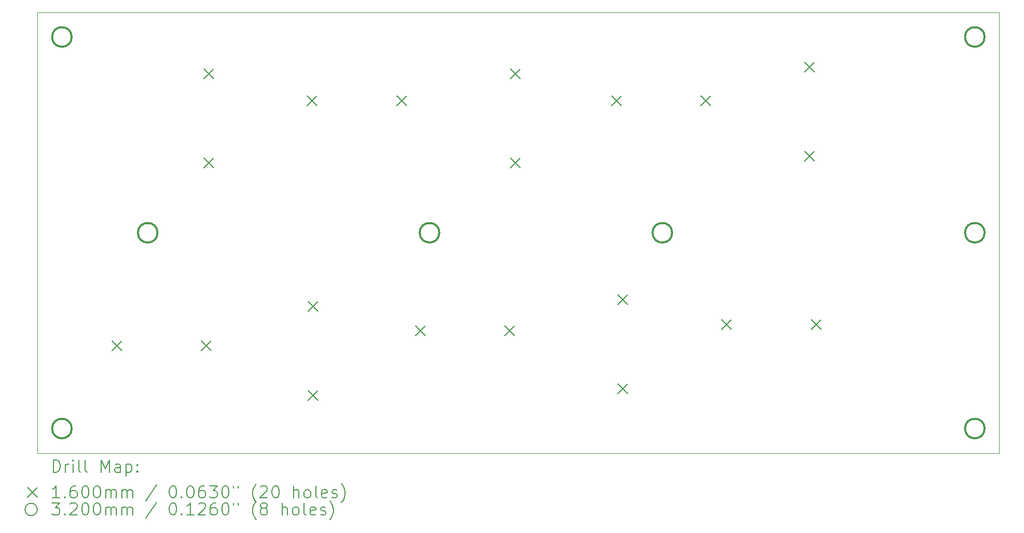
<source format=gbr>
%TF.GenerationSoftware,KiCad,Pcbnew,8.0.5-8.0.5-0~ubuntu24.04.1*%
%TF.CreationDate,2024-10-15T10:41:17+02:00*%
%TF.ProjectId,diplexer,6469706c-6578-4657-922e-6b696361645f,rev?*%
%TF.SameCoordinates,Original*%
%TF.FileFunction,Drillmap*%
%TF.FilePolarity,Positive*%
%FSLAX45Y45*%
G04 Gerber Fmt 4.5, Leading zero omitted, Abs format (unit mm)*
G04 Created by KiCad (PCBNEW 8.0.5-8.0.5-0~ubuntu24.04.1) date 2024-10-15 10:41:17*
%MOMM*%
%LPD*%
G01*
G04 APERTURE LIST*
%ADD10C,0.050000*%
%ADD11C,0.200000*%
%ADD12C,0.160000*%
%ADD13C,0.320000*%
G04 APERTURE END LIST*
D10*
X3200000Y-2900000D02*
X18900000Y-2900000D01*
X18900000Y-10100000D01*
X3200000Y-10100000D01*
X3200000Y-2900000D01*
D11*
D12*
X4418750Y-8270000D02*
X4578750Y-8430000D01*
X4578750Y-8270000D02*
X4418750Y-8430000D01*
X5878750Y-8270000D02*
X6038750Y-8430000D01*
X6038750Y-8270000D02*
X5878750Y-8430000D01*
X5920000Y-3820000D02*
X6080000Y-3980000D01*
X6080000Y-3820000D02*
X5920000Y-3980000D01*
X5920000Y-5280000D02*
X6080000Y-5440000D01*
X6080000Y-5280000D02*
X5920000Y-5440000D01*
X7604000Y-4264000D02*
X7764000Y-4424000D01*
X7764000Y-4264000D02*
X7604000Y-4424000D01*
X7620000Y-7620000D02*
X7780000Y-7780000D01*
X7780000Y-7620000D02*
X7620000Y-7780000D01*
X7620000Y-9080000D02*
X7780000Y-9240000D01*
X7780000Y-9080000D02*
X7620000Y-9240000D01*
X9064000Y-4264000D02*
X9224000Y-4424000D01*
X9224000Y-4264000D02*
X9064000Y-4424000D01*
X9368750Y-8020000D02*
X9528750Y-8180000D01*
X9528750Y-8020000D02*
X9368750Y-8180000D01*
X10828750Y-8020000D02*
X10988750Y-8180000D01*
X10988750Y-8020000D02*
X10828750Y-8180000D01*
X10920000Y-3820000D02*
X11080000Y-3980000D01*
X11080000Y-3820000D02*
X10920000Y-3980000D01*
X10920000Y-5280000D02*
X11080000Y-5440000D01*
X11080000Y-5280000D02*
X10920000Y-5440000D01*
X12568750Y-4264000D02*
X12728750Y-4424000D01*
X12728750Y-4264000D02*
X12568750Y-4424000D01*
X12670000Y-7511250D02*
X12830000Y-7671250D01*
X12830000Y-7511250D02*
X12670000Y-7671250D01*
X12670000Y-8971250D02*
X12830000Y-9131250D01*
X12830000Y-8971250D02*
X12670000Y-9131250D01*
X14028750Y-4264000D02*
X14188750Y-4424000D01*
X14188750Y-4264000D02*
X14028750Y-4424000D01*
X14368750Y-7920000D02*
X14528750Y-8080000D01*
X14528750Y-7920000D02*
X14368750Y-8080000D01*
X15720000Y-3711250D02*
X15880000Y-3871250D01*
X15880000Y-3711250D02*
X15720000Y-3871250D01*
X15720000Y-5171250D02*
X15880000Y-5331250D01*
X15880000Y-5171250D02*
X15720000Y-5331250D01*
X15828750Y-7920000D02*
X15988750Y-8080000D01*
X15988750Y-7920000D02*
X15828750Y-8080000D01*
D13*
X3760000Y-3300000D02*
G75*
G02*
X3440000Y-3300000I-160000J0D01*
G01*
X3440000Y-3300000D02*
G75*
G02*
X3760000Y-3300000I160000J0D01*
G01*
X3760000Y-9700000D02*
G75*
G02*
X3440000Y-9700000I-160000J0D01*
G01*
X3440000Y-9700000D02*
G75*
G02*
X3760000Y-9700000I160000J0D01*
G01*
X5160000Y-6500000D02*
G75*
G02*
X4840000Y-6500000I-160000J0D01*
G01*
X4840000Y-6500000D02*
G75*
G02*
X5160000Y-6500000I160000J0D01*
G01*
X9760000Y-6500000D02*
G75*
G02*
X9440000Y-6500000I-160000J0D01*
G01*
X9440000Y-6500000D02*
G75*
G02*
X9760000Y-6500000I160000J0D01*
G01*
X13560000Y-6500000D02*
G75*
G02*
X13240000Y-6500000I-160000J0D01*
G01*
X13240000Y-6500000D02*
G75*
G02*
X13560000Y-6500000I160000J0D01*
G01*
X18660000Y-3300000D02*
G75*
G02*
X18340000Y-3300000I-160000J0D01*
G01*
X18340000Y-3300000D02*
G75*
G02*
X18660000Y-3300000I160000J0D01*
G01*
X18660000Y-6500000D02*
G75*
G02*
X18340000Y-6500000I-160000J0D01*
G01*
X18340000Y-6500000D02*
G75*
G02*
X18660000Y-6500000I160000J0D01*
G01*
X18660000Y-9700000D02*
G75*
G02*
X18340000Y-9700000I-160000J0D01*
G01*
X18340000Y-9700000D02*
G75*
G02*
X18660000Y-9700000I160000J0D01*
G01*
D11*
X3458277Y-10413984D02*
X3458277Y-10213984D01*
X3458277Y-10213984D02*
X3505896Y-10213984D01*
X3505896Y-10213984D02*
X3534467Y-10223508D01*
X3534467Y-10223508D02*
X3553515Y-10242555D01*
X3553515Y-10242555D02*
X3563039Y-10261603D01*
X3563039Y-10261603D02*
X3572562Y-10299698D01*
X3572562Y-10299698D02*
X3572562Y-10328270D01*
X3572562Y-10328270D02*
X3563039Y-10366365D01*
X3563039Y-10366365D02*
X3553515Y-10385412D01*
X3553515Y-10385412D02*
X3534467Y-10404460D01*
X3534467Y-10404460D02*
X3505896Y-10413984D01*
X3505896Y-10413984D02*
X3458277Y-10413984D01*
X3658277Y-10413984D02*
X3658277Y-10280650D01*
X3658277Y-10318746D02*
X3667801Y-10299698D01*
X3667801Y-10299698D02*
X3677324Y-10290174D01*
X3677324Y-10290174D02*
X3696372Y-10280650D01*
X3696372Y-10280650D02*
X3715420Y-10280650D01*
X3782086Y-10413984D02*
X3782086Y-10280650D01*
X3782086Y-10213984D02*
X3772562Y-10223508D01*
X3772562Y-10223508D02*
X3782086Y-10233031D01*
X3782086Y-10233031D02*
X3791610Y-10223508D01*
X3791610Y-10223508D02*
X3782086Y-10213984D01*
X3782086Y-10213984D02*
X3782086Y-10233031D01*
X3905896Y-10413984D02*
X3886848Y-10404460D01*
X3886848Y-10404460D02*
X3877324Y-10385412D01*
X3877324Y-10385412D02*
X3877324Y-10213984D01*
X4010658Y-10413984D02*
X3991610Y-10404460D01*
X3991610Y-10404460D02*
X3982086Y-10385412D01*
X3982086Y-10385412D02*
X3982086Y-10213984D01*
X4239229Y-10413984D02*
X4239229Y-10213984D01*
X4239229Y-10213984D02*
X4305896Y-10356841D01*
X4305896Y-10356841D02*
X4372563Y-10213984D01*
X4372563Y-10213984D02*
X4372563Y-10413984D01*
X4553515Y-10413984D02*
X4553515Y-10309222D01*
X4553515Y-10309222D02*
X4543991Y-10290174D01*
X4543991Y-10290174D02*
X4524944Y-10280650D01*
X4524944Y-10280650D02*
X4486848Y-10280650D01*
X4486848Y-10280650D02*
X4467801Y-10290174D01*
X4553515Y-10404460D02*
X4534467Y-10413984D01*
X4534467Y-10413984D02*
X4486848Y-10413984D01*
X4486848Y-10413984D02*
X4467801Y-10404460D01*
X4467801Y-10404460D02*
X4458277Y-10385412D01*
X4458277Y-10385412D02*
X4458277Y-10366365D01*
X4458277Y-10366365D02*
X4467801Y-10347317D01*
X4467801Y-10347317D02*
X4486848Y-10337793D01*
X4486848Y-10337793D02*
X4534467Y-10337793D01*
X4534467Y-10337793D02*
X4553515Y-10328270D01*
X4648753Y-10280650D02*
X4648753Y-10480650D01*
X4648753Y-10290174D02*
X4667801Y-10280650D01*
X4667801Y-10280650D02*
X4705896Y-10280650D01*
X4705896Y-10280650D02*
X4724944Y-10290174D01*
X4724944Y-10290174D02*
X4734467Y-10299698D01*
X4734467Y-10299698D02*
X4743991Y-10318746D01*
X4743991Y-10318746D02*
X4743991Y-10375889D01*
X4743991Y-10375889D02*
X4734467Y-10394936D01*
X4734467Y-10394936D02*
X4724944Y-10404460D01*
X4724944Y-10404460D02*
X4705896Y-10413984D01*
X4705896Y-10413984D02*
X4667801Y-10413984D01*
X4667801Y-10413984D02*
X4648753Y-10404460D01*
X4829705Y-10394936D02*
X4839229Y-10404460D01*
X4839229Y-10404460D02*
X4829705Y-10413984D01*
X4829705Y-10413984D02*
X4820182Y-10404460D01*
X4820182Y-10404460D02*
X4829705Y-10394936D01*
X4829705Y-10394936D02*
X4829705Y-10413984D01*
X4829705Y-10290174D02*
X4839229Y-10299698D01*
X4839229Y-10299698D02*
X4829705Y-10309222D01*
X4829705Y-10309222D02*
X4820182Y-10299698D01*
X4820182Y-10299698D02*
X4829705Y-10290174D01*
X4829705Y-10290174D02*
X4829705Y-10309222D01*
D12*
X3037500Y-10662500D02*
X3197500Y-10822500D01*
X3197500Y-10662500D02*
X3037500Y-10822500D01*
D11*
X3563039Y-10833984D02*
X3448753Y-10833984D01*
X3505896Y-10833984D02*
X3505896Y-10633984D01*
X3505896Y-10633984D02*
X3486848Y-10662555D01*
X3486848Y-10662555D02*
X3467801Y-10681603D01*
X3467801Y-10681603D02*
X3448753Y-10691127D01*
X3648753Y-10814936D02*
X3658277Y-10824460D01*
X3658277Y-10824460D02*
X3648753Y-10833984D01*
X3648753Y-10833984D02*
X3639229Y-10824460D01*
X3639229Y-10824460D02*
X3648753Y-10814936D01*
X3648753Y-10814936D02*
X3648753Y-10833984D01*
X3829705Y-10633984D02*
X3791610Y-10633984D01*
X3791610Y-10633984D02*
X3772562Y-10643508D01*
X3772562Y-10643508D02*
X3763039Y-10653031D01*
X3763039Y-10653031D02*
X3743991Y-10681603D01*
X3743991Y-10681603D02*
X3734467Y-10719698D01*
X3734467Y-10719698D02*
X3734467Y-10795889D01*
X3734467Y-10795889D02*
X3743991Y-10814936D01*
X3743991Y-10814936D02*
X3753515Y-10824460D01*
X3753515Y-10824460D02*
X3772562Y-10833984D01*
X3772562Y-10833984D02*
X3810658Y-10833984D01*
X3810658Y-10833984D02*
X3829705Y-10824460D01*
X3829705Y-10824460D02*
X3839229Y-10814936D01*
X3839229Y-10814936D02*
X3848753Y-10795889D01*
X3848753Y-10795889D02*
X3848753Y-10748270D01*
X3848753Y-10748270D02*
X3839229Y-10729222D01*
X3839229Y-10729222D02*
X3829705Y-10719698D01*
X3829705Y-10719698D02*
X3810658Y-10710174D01*
X3810658Y-10710174D02*
X3772562Y-10710174D01*
X3772562Y-10710174D02*
X3753515Y-10719698D01*
X3753515Y-10719698D02*
X3743991Y-10729222D01*
X3743991Y-10729222D02*
X3734467Y-10748270D01*
X3972562Y-10633984D02*
X3991610Y-10633984D01*
X3991610Y-10633984D02*
X4010658Y-10643508D01*
X4010658Y-10643508D02*
X4020182Y-10653031D01*
X4020182Y-10653031D02*
X4029705Y-10672079D01*
X4029705Y-10672079D02*
X4039229Y-10710174D01*
X4039229Y-10710174D02*
X4039229Y-10757793D01*
X4039229Y-10757793D02*
X4029705Y-10795889D01*
X4029705Y-10795889D02*
X4020182Y-10814936D01*
X4020182Y-10814936D02*
X4010658Y-10824460D01*
X4010658Y-10824460D02*
X3991610Y-10833984D01*
X3991610Y-10833984D02*
X3972562Y-10833984D01*
X3972562Y-10833984D02*
X3953515Y-10824460D01*
X3953515Y-10824460D02*
X3943991Y-10814936D01*
X3943991Y-10814936D02*
X3934467Y-10795889D01*
X3934467Y-10795889D02*
X3924943Y-10757793D01*
X3924943Y-10757793D02*
X3924943Y-10710174D01*
X3924943Y-10710174D02*
X3934467Y-10672079D01*
X3934467Y-10672079D02*
X3943991Y-10653031D01*
X3943991Y-10653031D02*
X3953515Y-10643508D01*
X3953515Y-10643508D02*
X3972562Y-10633984D01*
X4163039Y-10633984D02*
X4182086Y-10633984D01*
X4182086Y-10633984D02*
X4201134Y-10643508D01*
X4201134Y-10643508D02*
X4210658Y-10653031D01*
X4210658Y-10653031D02*
X4220182Y-10672079D01*
X4220182Y-10672079D02*
X4229705Y-10710174D01*
X4229705Y-10710174D02*
X4229705Y-10757793D01*
X4229705Y-10757793D02*
X4220182Y-10795889D01*
X4220182Y-10795889D02*
X4210658Y-10814936D01*
X4210658Y-10814936D02*
X4201134Y-10824460D01*
X4201134Y-10824460D02*
X4182086Y-10833984D01*
X4182086Y-10833984D02*
X4163039Y-10833984D01*
X4163039Y-10833984D02*
X4143991Y-10824460D01*
X4143991Y-10824460D02*
X4134467Y-10814936D01*
X4134467Y-10814936D02*
X4124943Y-10795889D01*
X4124943Y-10795889D02*
X4115420Y-10757793D01*
X4115420Y-10757793D02*
X4115420Y-10710174D01*
X4115420Y-10710174D02*
X4124943Y-10672079D01*
X4124943Y-10672079D02*
X4134467Y-10653031D01*
X4134467Y-10653031D02*
X4143991Y-10643508D01*
X4143991Y-10643508D02*
X4163039Y-10633984D01*
X4315420Y-10833984D02*
X4315420Y-10700650D01*
X4315420Y-10719698D02*
X4324944Y-10710174D01*
X4324944Y-10710174D02*
X4343991Y-10700650D01*
X4343991Y-10700650D02*
X4372563Y-10700650D01*
X4372563Y-10700650D02*
X4391610Y-10710174D01*
X4391610Y-10710174D02*
X4401134Y-10729222D01*
X4401134Y-10729222D02*
X4401134Y-10833984D01*
X4401134Y-10729222D02*
X4410658Y-10710174D01*
X4410658Y-10710174D02*
X4429705Y-10700650D01*
X4429705Y-10700650D02*
X4458277Y-10700650D01*
X4458277Y-10700650D02*
X4477325Y-10710174D01*
X4477325Y-10710174D02*
X4486848Y-10729222D01*
X4486848Y-10729222D02*
X4486848Y-10833984D01*
X4582086Y-10833984D02*
X4582086Y-10700650D01*
X4582086Y-10719698D02*
X4591610Y-10710174D01*
X4591610Y-10710174D02*
X4610658Y-10700650D01*
X4610658Y-10700650D02*
X4639229Y-10700650D01*
X4639229Y-10700650D02*
X4658277Y-10710174D01*
X4658277Y-10710174D02*
X4667801Y-10729222D01*
X4667801Y-10729222D02*
X4667801Y-10833984D01*
X4667801Y-10729222D02*
X4677325Y-10710174D01*
X4677325Y-10710174D02*
X4696372Y-10700650D01*
X4696372Y-10700650D02*
X4724944Y-10700650D01*
X4724944Y-10700650D02*
X4743991Y-10710174D01*
X4743991Y-10710174D02*
X4753515Y-10729222D01*
X4753515Y-10729222D02*
X4753515Y-10833984D01*
X5143991Y-10624460D02*
X4972563Y-10881603D01*
X5401134Y-10633984D02*
X5420182Y-10633984D01*
X5420182Y-10633984D02*
X5439229Y-10643508D01*
X5439229Y-10643508D02*
X5448753Y-10653031D01*
X5448753Y-10653031D02*
X5458277Y-10672079D01*
X5458277Y-10672079D02*
X5467801Y-10710174D01*
X5467801Y-10710174D02*
X5467801Y-10757793D01*
X5467801Y-10757793D02*
X5458277Y-10795889D01*
X5458277Y-10795889D02*
X5448753Y-10814936D01*
X5448753Y-10814936D02*
X5439229Y-10824460D01*
X5439229Y-10824460D02*
X5420182Y-10833984D01*
X5420182Y-10833984D02*
X5401134Y-10833984D01*
X5401134Y-10833984D02*
X5382087Y-10824460D01*
X5382087Y-10824460D02*
X5372563Y-10814936D01*
X5372563Y-10814936D02*
X5363039Y-10795889D01*
X5363039Y-10795889D02*
X5353515Y-10757793D01*
X5353515Y-10757793D02*
X5353515Y-10710174D01*
X5353515Y-10710174D02*
X5363039Y-10672079D01*
X5363039Y-10672079D02*
X5372563Y-10653031D01*
X5372563Y-10653031D02*
X5382087Y-10643508D01*
X5382087Y-10643508D02*
X5401134Y-10633984D01*
X5553515Y-10814936D02*
X5563039Y-10824460D01*
X5563039Y-10824460D02*
X5553515Y-10833984D01*
X5553515Y-10833984D02*
X5543991Y-10824460D01*
X5543991Y-10824460D02*
X5553515Y-10814936D01*
X5553515Y-10814936D02*
X5553515Y-10833984D01*
X5686848Y-10633984D02*
X5705896Y-10633984D01*
X5705896Y-10633984D02*
X5724944Y-10643508D01*
X5724944Y-10643508D02*
X5734467Y-10653031D01*
X5734467Y-10653031D02*
X5743991Y-10672079D01*
X5743991Y-10672079D02*
X5753515Y-10710174D01*
X5753515Y-10710174D02*
X5753515Y-10757793D01*
X5753515Y-10757793D02*
X5743991Y-10795889D01*
X5743991Y-10795889D02*
X5734467Y-10814936D01*
X5734467Y-10814936D02*
X5724944Y-10824460D01*
X5724944Y-10824460D02*
X5705896Y-10833984D01*
X5705896Y-10833984D02*
X5686848Y-10833984D01*
X5686848Y-10833984D02*
X5667801Y-10824460D01*
X5667801Y-10824460D02*
X5658277Y-10814936D01*
X5658277Y-10814936D02*
X5648753Y-10795889D01*
X5648753Y-10795889D02*
X5639229Y-10757793D01*
X5639229Y-10757793D02*
X5639229Y-10710174D01*
X5639229Y-10710174D02*
X5648753Y-10672079D01*
X5648753Y-10672079D02*
X5658277Y-10653031D01*
X5658277Y-10653031D02*
X5667801Y-10643508D01*
X5667801Y-10643508D02*
X5686848Y-10633984D01*
X5924944Y-10633984D02*
X5886848Y-10633984D01*
X5886848Y-10633984D02*
X5867801Y-10643508D01*
X5867801Y-10643508D02*
X5858277Y-10653031D01*
X5858277Y-10653031D02*
X5839229Y-10681603D01*
X5839229Y-10681603D02*
X5829706Y-10719698D01*
X5829706Y-10719698D02*
X5829706Y-10795889D01*
X5829706Y-10795889D02*
X5839229Y-10814936D01*
X5839229Y-10814936D02*
X5848753Y-10824460D01*
X5848753Y-10824460D02*
X5867801Y-10833984D01*
X5867801Y-10833984D02*
X5905896Y-10833984D01*
X5905896Y-10833984D02*
X5924944Y-10824460D01*
X5924944Y-10824460D02*
X5934467Y-10814936D01*
X5934467Y-10814936D02*
X5943991Y-10795889D01*
X5943991Y-10795889D02*
X5943991Y-10748270D01*
X5943991Y-10748270D02*
X5934467Y-10729222D01*
X5934467Y-10729222D02*
X5924944Y-10719698D01*
X5924944Y-10719698D02*
X5905896Y-10710174D01*
X5905896Y-10710174D02*
X5867801Y-10710174D01*
X5867801Y-10710174D02*
X5848753Y-10719698D01*
X5848753Y-10719698D02*
X5839229Y-10729222D01*
X5839229Y-10729222D02*
X5829706Y-10748270D01*
X6010658Y-10633984D02*
X6134467Y-10633984D01*
X6134467Y-10633984D02*
X6067801Y-10710174D01*
X6067801Y-10710174D02*
X6096372Y-10710174D01*
X6096372Y-10710174D02*
X6115420Y-10719698D01*
X6115420Y-10719698D02*
X6124944Y-10729222D01*
X6124944Y-10729222D02*
X6134467Y-10748270D01*
X6134467Y-10748270D02*
X6134467Y-10795889D01*
X6134467Y-10795889D02*
X6124944Y-10814936D01*
X6124944Y-10814936D02*
X6115420Y-10824460D01*
X6115420Y-10824460D02*
X6096372Y-10833984D01*
X6096372Y-10833984D02*
X6039229Y-10833984D01*
X6039229Y-10833984D02*
X6020182Y-10824460D01*
X6020182Y-10824460D02*
X6010658Y-10814936D01*
X6258277Y-10633984D02*
X6277325Y-10633984D01*
X6277325Y-10633984D02*
X6296372Y-10643508D01*
X6296372Y-10643508D02*
X6305896Y-10653031D01*
X6305896Y-10653031D02*
X6315420Y-10672079D01*
X6315420Y-10672079D02*
X6324944Y-10710174D01*
X6324944Y-10710174D02*
X6324944Y-10757793D01*
X6324944Y-10757793D02*
X6315420Y-10795889D01*
X6315420Y-10795889D02*
X6305896Y-10814936D01*
X6305896Y-10814936D02*
X6296372Y-10824460D01*
X6296372Y-10824460D02*
X6277325Y-10833984D01*
X6277325Y-10833984D02*
X6258277Y-10833984D01*
X6258277Y-10833984D02*
X6239229Y-10824460D01*
X6239229Y-10824460D02*
X6229706Y-10814936D01*
X6229706Y-10814936D02*
X6220182Y-10795889D01*
X6220182Y-10795889D02*
X6210658Y-10757793D01*
X6210658Y-10757793D02*
X6210658Y-10710174D01*
X6210658Y-10710174D02*
X6220182Y-10672079D01*
X6220182Y-10672079D02*
X6229706Y-10653031D01*
X6229706Y-10653031D02*
X6239229Y-10643508D01*
X6239229Y-10643508D02*
X6258277Y-10633984D01*
X6401134Y-10633984D02*
X6401134Y-10672079D01*
X6477325Y-10633984D02*
X6477325Y-10672079D01*
X6772563Y-10910174D02*
X6763039Y-10900650D01*
X6763039Y-10900650D02*
X6743991Y-10872079D01*
X6743991Y-10872079D02*
X6734468Y-10853031D01*
X6734468Y-10853031D02*
X6724944Y-10824460D01*
X6724944Y-10824460D02*
X6715420Y-10776841D01*
X6715420Y-10776841D02*
X6715420Y-10738746D01*
X6715420Y-10738746D02*
X6724944Y-10691127D01*
X6724944Y-10691127D02*
X6734468Y-10662555D01*
X6734468Y-10662555D02*
X6743991Y-10643508D01*
X6743991Y-10643508D02*
X6763039Y-10614936D01*
X6763039Y-10614936D02*
X6772563Y-10605412D01*
X6839229Y-10653031D02*
X6848753Y-10643508D01*
X6848753Y-10643508D02*
X6867801Y-10633984D01*
X6867801Y-10633984D02*
X6915420Y-10633984D01*
X6915420Y-10633984D02*
X6934468Y-10643508D01*
X6934468Y-10643508D02*
X6943991Y-10653031D01*
X6943991Y-10653031D02*
X6953515Y-10672079D01*
X6953515Y-10672079D02*
X6953515Y-10691127D01*
X6953515Y-10691127D02*
X6943991Y-10719698D01*
X6943991Y-10719698D02*
X6829706Y-10833984D01*
X6829706Y-10833984D02*
X6953515Y-10833984D01*
X7077325Y-10633984D02*
X7096372Y-10633984D01*
X7096372Y-10633984D02*
X7115420Y-10643508D01*
X7115420Y-10643508D02*
X7124944Y-10653031D01*
X7124944Y-10653031D02*
X7134468Y-10672079D01*
X7134468Y-10672079D02*
X7143991Y-10710174D01*
X7143991Y-10710174D02*
X7143991Y-10757793D01*
X7143991Y-10757793D02*
X7134468Y-10795889D01*
X7134468Y-10795889D02*
X7124944Y-10814936D01*
X7124944Y-10814936D02*
X7115420Y-10824460D01*
X7115420Y-10824460D02*
X7096372Y-10833984D01*
X7096372Y-10833984D02*
X7077325Y-10833984D01*
X7077325Y-10833984D02*
X7058277Y-10824460D01*
X7058277Y-10824460D02*
X7048753Y-10814936D01*
X7048753Y-10814936D02*
X7039229Y-10795889D01*
X7039229Y-10795889D02*
X7029706Y-10757793D01*
X7029706Y-10757793D02*
X7029706Y-10710174D01*
X7029706Y-10710174D02*
X7039229Y-10672079D01*
X7039229Y-10672079D02*
X7048753Y-10653031D01*
X7048753Y-10653031D02*
X7058277Y-10643508D01*
X7058277Y-10643508D02*
X7077325Y-10633984D01*
X7382087Y-10833984D02*
X7382087Y-10633984D01*
X7467801Y-10833984D02*
X7467801Y-10729222D01*
X7467801Y-10729222D02*
X7458277Y-10710174D01*
X7458277Y-10710174D02*
X7439230Y-10700650D01*
X7439230Y-10700650D02*
X7410658Y-10700650D01*
X7410658Y-10700650D02*
X7391610Y-10710174D01*
X7391610Y-10710174D02*
X7382087Y-10719698D01*
X7591610Y-10833984D02*
X7572563Y-10824460D01*
X7572563Y-10824460D02*
X7563039Y-10814936D01*
X7563039Y-10814936D02*
X7553515Y-10795889D01*
X7553515Y-10795889D02*
X7553515Y-10738746D01*
X7553515Y-10738746D02*
X7563039Y-10719698D01*
X7563039Y-10719698D02*
X7572563Y-10710174D01*
X7572563Y-10710174D02*
X7591610Y-10700650D01*
X7591610Y-10700650D02*
X7620182Y-10700650D01*
X7620182Y-10700650D02*
X7639230Y-10710174D01*
X7639230Y-10710174D02*
X7648753Y-10719698D01*
X7648753Y-10719698D02*
X7658277Y-10738746D01*
X7658277Y-10738746D02*
X7658277Y-10795889D01*
X7658277Y-10795889D02*
X7648753Y-10814936D01*
X7648753Y-10814936D02*
X7639230Y-10824460D01*
X7639230Y-10824460D02*
X7620182Y-10833984D01*
X7620182Y-10833984D02*
X7591610Y-10833984D01*
X7772563Y-10833984D02*
X7753515Y-10824460D01*
X7753515Y-10824460D02*
X7743991Y-10805412D01*
X7743991Y-10805412D02*
X7743991Y-10633984D01*
X7924944Y-10824460D02*
X7905896Y-10833984D01*
X7905896Y-10833984D02*
X7867801Y-10833984D01*
X7867801Y-10833984D02*
X7848753Y-10824460D01*
X7848753Y-10824460D02*
X7839230Y-10805412D01*
X7839230Y-10805412D02*
X7839230Y-10729222D01*
X7839230Y-10729222D02*
X7848753Y-10710174D01*
X7848753Y-10710174D02*
X7867801Y-10700650D01*
X7867801Y-10700650D02*
X7905896Y-10700650D01*
X7905896Y-10700650D02*
X7924944Y-10710174D01*
X7924944Y-10710174D02*
X7934468Y-10729222D01*
X7934468Y-10729222D02*
X7934468Y-10748270D01*
X7934468Y-10748270D02*
X7839230Y-10767317D01*
X8010658Y-10824460D02*
X8029706Y-10833984D01*
X8029706Y-10833984D02*
X8067801Y-10833984D01*
X8067801Y-10833984D02*
X8086849Y-10824460D01*
X8086849Y-10824460D02*
X8096372Y-10805412D01*
X8096372Y-10805412D02*
X8096372Y-10795889D01*
X8096372Y-10795889D02*
X8086849Y-10776841D01*
X8086849Y-10776841D02*
X8067801Y-10767317D01*
X8067801Y-10767317D02*
X8039230Y-10767317D01*
X8039230Y-10767317D02*
X8020182Y-10757793D01*
X8020182Y-10757793D02*
X8010658Y-10738746D01*
X8010658Y-10738746D02*
X8010658Y-10729222D01*
X8010658Y-10729222D02*
X8020182Y-10710174D01*
X8020182Y-10710174D02*
X8039230Y-10700650D01*
X8039230Y-10700650D02*
X8067801Y-10700650D01*
X8067801Y-10700650D02*
X8086849Y-10710174D01*
X8163039Y-10910174D02*
X8172563Y-10900650D01*
X8172563Y-10900650D02*
X8191611Y-10872079D01*
X8191611Y-10872079D02*
X8201134Y-10853031D01*
X8201134Y-10853031D02*
X8210658Y-10824460D01*
X8210658Y-10824460D02*
X8220182Y-10776841D01*
X8220182Y-10776841D02*
X8220182Y-10738746D01*
X8220182Y-10738746D02*
X8210658Y-10691127D01*
X8210658Y-10691127D02*
X8201134Y-10662555D01*
X8201134Y-10662555D02*
X8191611Y-10643508D01*
X8191611Y-10643508D02*
X8172563Y-10614936D01*
X8172563Y-10614936D02*
X8163039Y-10605412D01*
X3197500Y-11022500D02*
G75*
G02*
X2997500Y-11022500I-100000J0D01*
G01*
X2997500Y-11022500D02*
G75*
G02*
X3197500Y-11022500I100000J0D01*
G01*
X3439229Y-10913984D02*
X3563039Y-10913984D01*
X3563039Y-10913984D02*
X3496372Y-10990174D01*
X3496372Y-10990174D02*
X3524943Y-10990174D01*
X3524943Y-10990174D02*
X3543991Y-10999698D01*
X3543991Y-10999698D02*
X3553515Y-11009222D01*
X3553515Y-11009222D02*
X3563039Y-11028270D01*
X3563039Y-11028270D02*
X3563039Y-11075889D01*
X3563039Y-11075889D02*
X3553515Y-11094936D01*
X3553515Y-11094936D02*
X3543991Y-11104460D01*
X3543991Y-11104460D02*
X3524943Y-11113984D01*
X3524943Y-11113984D02*
X3467801Y-11113984D01*
X3467801Y-11113984D02*
X3448753Y-11104460D01*
X3448753Y-11104460D02*
X3439229Y-11094936D01*
X3648753Y-11094936D02*
X3658277Y-11104460D01*
X3658277Y-11104460D02*
X3648753Y-11113984D01*
X3648753Y-11113984D02*
X3639229Y-11104460D01*
X3639229Y-11104460D02*
X3648753Y-11094936D01*
X3648753Y-11094936D02*
X3648753Y-11113984D01*
X3734467Y-10933031D02*
X3743991Y-10923508D01*
X3743991Y-10923508D02*
X3763039Y-10913984D01*
X3763039Y-10913984D02*
X3810658Y-10913984D01*
X3810658Y-10913984D02*
X3829705Y-10923508D01*
X3829705Y-10923508D02*
X3839229Y-10933031D01*
X3839229Y-10933031D02*
X3848753Y-10952079D01*
X3848753Y-10952079D02*
X3848753Y-10971127D01*
X3848753Y-10971127D02*
X3839229Y-10999698D01*
X3839229Y-10999698D02*
X3724943Y-11113984D01*
X3724943Y-11113984D02*
X3848753Y-11113984D01*
X3972562Y-10913984D02*
X3991610Y-10913984D01*
X3991610Y-10913984D02*
X4010658Y-10923508D01*
X4010658Y-10923508D02*
X4020182Y-10933031D01*
X4020182Y-10933031D02*
X4029705Y-10952079D01*
X4029705Y-10952079D02*
X4039229Y-10990174D01*
X4039229Y-10990174D02*
X4039229Y-11037793D01*
X4039229Y-11037793D02*
X4029705Y-11075889D01*
X4029705Y-11075889D02*
X4020182Y-11094936D01*
X4020182Y-11094936D02*
X4010658Y-11104460D01*
X4010658Y-11104460D02*
X3991610Y-11113984D01*
X3991610Y-11113984D02*
X3972562Y-11113984D01*
X3972562Y-11113984D02*
X3953515Y-11104460D01*
X3953515Y-11104460D02*
X3943991Y-11094936D01*
X3943991Y-11094936D02*
X3934467Y-11075889D01*
X3934467Y-11075889D02*
X3924943Y-11037793D01*
X3924943Y-11037793D02*
X3924943Y-10990174D01*
X3924943Y-10990174D02*
X3934467Y-10952079D01*
X3934467Y-10952079D02*
X3943991Y-10933031D01*
X3943991Y-10933031D02*
X3953515Y-10923508D01*
X3953515Y-10923508D02*
X3972562Y-10913984D01*
X4163039Y-10913984D02*
X4182086Y-10913984D01*
X4182086Y-10913984D02*
X4201134Y-10923508D01*
X4201134Y-10923508D02*
X4210658Y-10933031D01*
X4210658Y-10933031D02*
X4220182Y-10952079D01*
X4220182Y-10952079D02*
X4229705Y-10990174D01*
X4229705Y-10990174D02*
X4229705Y-11037793D01*
X4229705Y-11037793D02*
X4220182Y-11075889D01*
X4220182Y-11075889D02*
X4210658Y-11094936D01*
X4210658Y-11094936D02*
X4201134Y-11104460D01*
X4201134Y-11104460D02*
X4182086Y-11113984D01*
X4182086Y-11113984D02*
X4163039Y-11113984D01*
X4163039Y-11113984D02*
X4143991Y-11104460D01*
X4143991Y-11104460D02*
X4134467Y-11094936D01*
X4134467Y-11094936D02*
X4124943Y-11075889D01*
X4124943Y-11075889D02*
X4115420Y-11037793D01*
X4115420Y-11037793D02*
X4115420Y-10990174D01*
X4115420Y-10990174D02*
X4124943Y-10952079D01*
X4124943Y-10952079D02*
X4134467Y-10933031D01*
X4134467Y-10933031D02*
X4143991Y-10923508D01*
X4143991Y-10923508D02*
X4163039Y-10913984D01*
X4315420Y-11113984D02*
X4315420Y-10980650D01*
X4315420Y-10999698D02*
X4324944Y-10990174D01*
X4324944Y-10990174D02*
X4343991Y-10980650D01*
X4343991Y-10980650D02*
X4372563Y-10980650D01*
X4372563Y-10980650D02*
X4391610Y-10990174D01*
X4391610Y-10990174D02*
X4401134Y-11009222D01*
X4401134Y-11009222D02*
X4401134Y-11113984D01*
X4401134Y-11009222D02*
X4410658Y-10990174D01*
X4410658Y-10990174D02*
X4429705Y-10980650D01*
X4429705Y-10980650D02*
X4458277Y-10980650D01*
X4458277Y-10980650D02*
X4477325Y-10990174D01*
X4477325Y-10990174D02*
X4486848Y-11009222D01*
X4486848Y-11009222D02*
X4486848Y-11113984D01*
X4582086Y-11113984D02*
X4582086Y-10980650D01*
X4582086Y-10999698D02*
X4591610Y-10990174D01*
X4591610Y-10990174D02*
X4610658Y-10980650D01*
X4610658Y-10980650D02*
X4639229Y-10980650D01*
X4639229Y-10980650D02*
X4658277Y-10990174D01*
X4658277Y-10990174D02*
X4667801Y-11009222D01*
X4667801Y-11009222D02*
X4667801Y-11113984D01*
X4667801Y-11009222D02*
X4677325Y-10990174D01*
X4677325Y-10990174D02*
X4696372Y-10980650D01*
X4696372Y-10980650D02*
X4724944Y-10980650D01*
X4724944Y-10980650D02*
X4743991Y-10990174D01*
X4743991Y-10990174D02*
X4753515Y-11009222D01*
X4753515Y-11009222D02*
X4753515Y-11113984D01*
X5143991Y-10904460D02*
X4972563Y-11161603D01*
X5401134Y-10913984D02*
X5420182Y-10913984D01*
X5420182Y-10913984D02*
X5439229Y-10923508D01*
X5439229Y-10923508D02*
X5448753Y-10933031D01*
X5448753Y-10933031D02*
X5458277Y-10952079D01*
X5458277Y-10952079D02*
X5467801Y-10990174D01*
X5467801Y-10990174D02*
X5467801Y-11037793D01*
X5467801Y-11037793D02*
X5458277Y-11075889D01*
X5458277Y-11075889D02*
X5448753Y-11094936D01*
X5448753Y-11094936D02*
X5439229Y-11104460D01*
X5439229Y-11104460D02*
X5420182Y-11113984D01*
X5420182Y-11113984D02*
X5401134Y-11113984D01*
X5401134Y-11113984D02*
X5382087Y-11104460D01*
X5382087Y-11104460D02*
X5372563Y-11094936D01*
X5372563Y-11094936D02*
X5363039Y-11075889D01*
X5363039Y-11075889D02*
X5353515Y-11037793D01*
X5353515Y-11037793D02*
X5353515Y-10990174D01*
X5353515Y-10990174D02*
X5363039Y-10952079D01*
X5363039Y-10952079D02*
X5372563Y-10933031D01*
X5372563Y-10933031D02*
X5382087Y-10923508D01*
X5382087Y-10923508D02*
X5401134Y-10913984D01*
X5553515Y-11094936D02*
X5563039Y-11104460D01*
X5563039Y-11104460D02*
X5553515Y-11113984D01*
X5553515Y-11113984D02*
X5543991Y-11104460D01*
X5543991Y-11104460D02*
X5553515Y-11094936D01*
X5553515Y-11094936D02*
X5553515Y-11113984D01*
X5753515Y-11113984D02*
X5639229Y-11113984D01*
X5696372Y-11113984D02*
X5696372Y-10913984D01*
X5696372Y-10913984D02*
X5677325Y-10942555D01*
X5677325Y-10942555D02*
X5658277Y-10961603D01*
X5658277Y-10961603D02*
X5639229Y-10971127D01*
X5829706Y-10933031D02*
X5839229Y-10923508D01*
X5839229Y-10923508D02*
X5858277Y-10913984D01*
X5858277Y-10913984D02*
X5905896Y-10913984D01*
X5905896Y-10913984D02*
X5924944Y-10923508D01*
X5924944Y-10923508D02*
X5934467Y-10933031D01*
X5934467Y-10933031D02*
X5943991Y-10952079D01*
X5943991Y-10952079D02*
X5943991Y-10971127D01*
X5943991Y-10971127D02*
X5934467Y-10999698D01*
X5934467Y-10999698D02*
X5820182Y-11113984D01*
X5820182Y-11113984D02*
X5943991Y-11113984D01*
X6115420Y-10913984D02*
X6077325Y-10913984D01*
X6077325Y-10913984D02*
X6058277Y-10923508D01*
X6058277Y-10923508D02*
X6048753Y-10933031D01*
X6048753Y-10933031D02*
X6029706Y-10961603D01*
X6029706Y-10961603D02*
X6020182Y-10999698D01*
X6020182Y-10999698D02*
X6020182Y-11075889D01*
X6020182Y-11075889D02*
X6029706Y-11094936D01*
X6029706Y-11094936D02*
X6039229Y-11104460D01*
X6039229Y-11104460D02*
X6058277Y-11113984D01*
X6058277Y-11113984D02*
X6096372Y-11113984D01*
X6096372Y-11113984D02*
X6115420Y-11104460D01*
X6115420Y-11104460D02*
X6124944Y-11094936D01*
X6124944Y-11094936D02*
X6134467Y-11075889D01*
X6134467Y-11075889D02*
X6134467Y-11028270D01*
X6134467Y-11028270D02*
X6124944Y-11009222D01*
X6124944Y-11009222D02*
X6115420Y-10999698D01*
X6115420Y-10999698D02*
X6096372Y-10990174D01*
X6096372Y-10990174D02*
X6058277Y-10990174D01*
X6058277Y-10990174D02*
X6039229Y-10999698D01*
X6039229Y-10999698D02*
X6029706Y-11009222D01*
X6029706Y-11009222D02*
X6020182Y-11028270D01*
X6258277Y-10913984D02*
X6277325Y-10913984D01*
X6277325Y-10913984D02*
X6296372Y-10923508D01*
X6296372Y-10923508D02*
X6305896Y-10933031D01*
X6305896Y-10933031D02*
X6315420Y-10952079D01*
X6315420Y-10952079D02*
X6324944Y-10990174D01*
X6324944Y-10990174D02*
X6324944Y-11037793D01*
X6324944Y-11037793D02*
X6315420Y-11075889D01*
X6315420Y-11075889D02*
X6305896Y-11094936D01*
X6305896Y-11094936D02*
X6296372Y-11104460D01*
X6296372Y-11104460D02*
X6277325Y-11113984D01*
X6277325Y-11113984D02*
X6258277Y-11113984D01*
X6258277Y-11113984D02*
X6239229Y-11104460D01*
X6239229Y-11104460D02*
X6229706Y-11094936D01*
X6229706Y-11094936D02*
X6220182Y-11075889D01*
X6220182Y-11075889D02*
X6210658Y-11037793D01*
X6210658Y-11037793D02*
X6210658Y-10990174D01*
X6210658Y-10990174D02*
X6220182Y-10952079D01*
X6220182Y-10952079D02*
X6229706Y-10933031D01*
X6229706Y-10933031D02*
X6239229Y-10923508D01*
X6239229Y-10923508D02*
X6258277Y-10913984D01*
X6401134Y-10913984D02*
X6401134Y-10952079D01*
X6477325Y-10913984D02*
X6477325Y-10952079D01*
X6772563Y-11190174D02*
X6763039Y-11180650D01*
X6763039Y-11180650D02*
X6743991Y-11152079D01*
X6743991Y-11152079D02*
X6734468Y-11133031D01*
X6734468Y-11133031D02*
X6724944Y-11104460D01*
X6724944Y-11104460D02*
X6715420Y-11056841D01*
X6715420Y-11056841D02*
X6715420Y-11018746D01*
X6715420Y-11018746D02*
X6724944Y-10971127D01*
X6724944Y-10971127D02*
X6734468Y-10942555D01*
X6734468Y-10942555D02*
X6743991Y-10923508D01*
X6743991Y-10923508D02*
X6763039Y-10894936D01*
X6763039Y-10894936D02*
X6772563Y-10885412D01*
X6877325Y-10999698D02*
X6858277Y-10990174D01*
X6858277Y-10990174D02*
X6848753Y-10980650D01*
X6848753Y-10980650D02*
X6839229Y-10961603D01*
X6839229Y-10961603D02*
X6839229Y-10952079D01*
X6839229Y-10952079D02*
X6848753Y-10933031D01*
X6848753Y-10933031D02*
X6858277Y-10923508D01*
X6858277Y-10923508D02*
X6877325Y-10913984D01*
X6877325Y-10913984D02*
X6915420Y-10913984D01*
X6915420Y-10913984D02*
X6934468Y-10923508D01*
X6934468Y-10923508D02*
X6943991Y-10933031D01*
X6943991Y-10933031D02*
X6953515Y-10952079D01*
X6953515Y-10952079D02*
X6953515Y-10961603D01*
X6953515Y-10961603D02*
X6943991Y-10980650D01*
X6943991Y-10980650D02*
X6934468Y-10990174D01*
X6934468Y-10990174D02*
X6915420Y-10999698D01*
X6915420Y-10999698D02*
X6877325Y-10999698D01*
X6877325Y-10999698D02*
X6858277Y-11009222D01*
X6858277Y-11009222D02*
X6848753Y-11018746D01*
X6848753Y-11018746D02*
X6839229Y-11037793D01*
X6839229Y-11037793D02*
X6839229Y-11075889D01*
X6839229Y-11075889D02*
X6848753Y-11094936D01*
X6848753Y-11094936D02*
X6858277Y-11104460D01*
X6858277Y-11104460D02*
X6877325Y-11113984D01*
X6877325Y-11113984D02*
X6915420Y-11113984D01*
X6915420Y-11113984D02*
X6934468Y-11104460D01*
X6934468Y-11104460D02*
X6943991Y-11094936D01*
X6943991Y-11094936D02*
X6953515Y-11075889D01*
X6953515Y-11075889D02*
X6953515Y-11037793D01*
X6953515Y-11037793D02*
X6943991Y-11018746D01*
X6943991Y-11018746D02*
X6934468Y-11009222D01*
X6934468Y-11009222D02*
X6915420Y-10999698D01*
X7191610Y-11113984D02*
X7191610Y-10913984D01*
X7277325Y-11113984D02*
X7277325Y-11009222D01*
X7277325Y-11009222D02*
X7267801Y-10990174D01*
X7267801Y-10990174D02*
X7248753Y-10980650D01*
X7248753Y-10980650D02*
X7220182Y-10980650D01*
X7220182Y-10980650D02*
X7201134Y-10990174D01*
X7201134Y-10990174D02*
X7191610Y-10999698D01*
X7401134Y-11113984D02*
X7382087Y-11104460D01*
X7382087Y-11104460D02*
X7372563Y-11094936D01*
X7372563Y-11094936D02*
X7363039Y-11075889D01*
X7363039Y-11075889D02*
X7363039Y-11018746D01*
X7363039Y-11018746D02*
X7372563Y-10999698D01*
X7372563Y-10999698D02*
X7382087Y-10990174D01*
X7382087Y-10990174D02*
X7401134Y-10980650D01*
X7401134Y-10980650D02*
X7429706Y-10980650D01*
X7429706Y-10980650D02*
X7448753Y-10990174D01*
X7448753Y-10990174D02*
X7458277Y-10999698D01*
X7458277Y-10999698D02*
X7467801Y-11018746D01*
X7467801Y-11018746D02*
X7467801Y-11075889D01*
X7467801Y-11075889D02*
X7458277Y-11094936D01*
X7458277Y-11094936D02*
X7448753Y-11104460D01*
X7448753Y-11104460D02*
X7429706Y-11113984D01*
X7429706Y-11113984D02*
X7401134Y-11113984D01*
X7582087Y-11113984D02*
X7563039Y-11104460D01*
X7563039Y-11104460D02*
X7553515Y-11085412D01*
X7553515Y-11085412D02*
X7553515Y-10913984D01*
X7734468Y-11104460D02*
X7715420Y-11113984D01*
X7715420Y-11113984D02*
X7677325Y-11113984D01*
X7677325Y-11113984D02*
X7658277Y-11104460D01*
X7658277Y-11104460D02*
X7648753Y-11085412D01*
X7648753Y-11085412D02*
X7648753Y-11009222D01*
X7648753Y-11009222D02*
X7658277Y-10990174D01*
X7658277Y-10990174D02*
X7677325Y-10980650D01*
X7677325Y-10980650D02*
X7715420Y-10980650D01*
X7715420Y-10980650D02*
X7734468Y-10990174D01*
X7734468Y-10990174D02*
X7743991Y-11009222D01*
X7743991Y-11009222D02*
X7743991Y-11028270D01*
X7743991Y-11028270D02*
X7648753Y-11047317D01*
X7820182Y-11104460D02*
X7839230Y-11113984D01*
X7839230Y-11113984D02*
X7877325Y-11113984D01*
X7877325Y-11113984D02*
X7896372Y-11104460D01*
X7896372Y-11104460D02*
X7905896Y-11085412D01*
X7905896Y-11085412D02*
X7905896Y-11075889D01*
X7905896Y-11075889D02*
X7896372Y-11056841D01*
X7896372Y-11056841D02*
X7877325Y-11047317D01*
X7877325Y-11047317D02*
X7848753Y-11047317D01*
X7848753Y-11047317D02*
X7829706Y-11037793D01*
X7829706Y-11037793D02*
X7820182Y-11018746D01*
X7820182Y-11018746D02*
X7820182Y-11009222D01*
X7820182Y-11009222D02*
X7829706Y-10990174D01*
X7829706Y-10990174D02*
X7848753Y-10980650D01*
X7848753Y-10980650D02*
X7877325Y-10980650D01*
X7877325Y-10980650D02*
X7896372Y-10990174D01*
X7972563Y-11190174D02*
X7982087Y-11180650D01*
X7982087Y-11180650D02*
X8001134Y-11152079D01*
X8001134Y-11152079D02*
X8010658Y-11133031D01*
X8010658Y-11133031D02*
X8020182Y-11104460D01*
X8020182Y-11104460D02*
X8029706Y-11056841D01*
X8029706Y-11056841D02*
X8029706Y-11018746D01*
X8029706Y-11018746D02*
X8020182Y-10971127D01*
X8020182Y-10971127D02*
X8010658Y-10942555D01*
X8010658Y-10942555D02*
X8001134Y-10923508D01*
X8001134Y-10923508D02*
X7982087Y-10894936D01*
X7982087Y-10894936D02*
X7972563Y-10885412D01*
M02*

</source>
